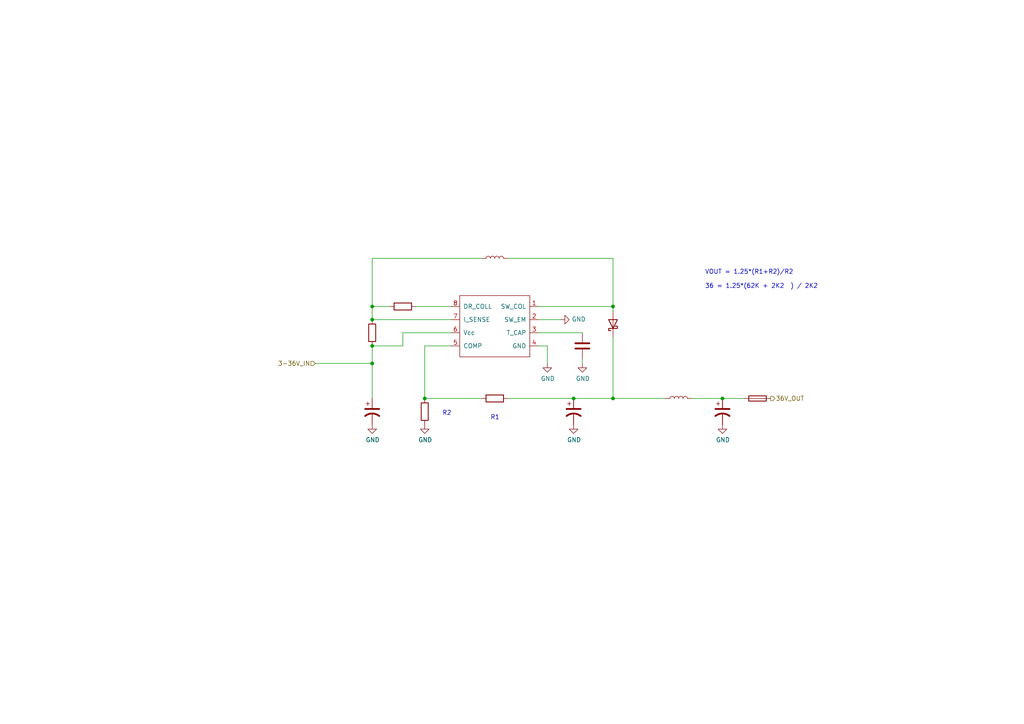
<source format=kicad_sch>
(kicad_sch (version 20250114) (generator "eeschema") (generator_version "9.0")
  (paper "A4")
  (lib_symbols
    (symbol "C-Sense_CAN_IO_MBUS_EXP_PCB-rescue:CP1-Device" (pin_numbers (hide yes)) (pin_names (offset 0.254) (hide yes))
      (property "Reference" "C" (at 0.635 2.54 0))
      (property "Value" "Device_CP1" (at 0.635 -2.54 0))
      (symbol "CP1-Device_0_1"
        (polyline (pts (xy -2.032 0.762) (xy 2.032 0.762)) (stroke (width 0.508)))
        (polyline (pts (xy -1.778 2.286) (xy -0.762 2.286)))
        (polyline (pts (xy -1.27 1.778) (xy -1.27 2.794)))
        (arc (start -2.032 -1.27) (mid 0 -0.5572) (end 2.032 -1.27) (stroke (width 0.508)))
      )
      (symbol "CP1-Device_1_1"
        (pin passive line (at 0 3.81 270) (length 2.794) (name "~") (number "1"))
        (pin passive line (at 0 -3.81 90) (length 3.302) (name "~") (number "2"))
      )
    )
    (symbol "C-Sense_CAN_IO_MBUS_EXP_PCB-rescue:GND-C-Sense_diverse" (power) (pin_names (offset 0))
      (property "Value" "C-Sense_diverse_GND" (at 0 -3.81 0))
      (symbol "GND-C-Sense_diverse_0_1"
        (polyline (pts (xy 0 0) (xy 0 -1.27) (xy 1.27 -1.27) (xy 0 -2.54) (xy -1.27 -1.27) (xy 0 -1.27)))
      )
      (symbol "GND-C-Sense_diverse_1_1"
        (pin power_in line (at 0 0 270) (length 0) (hide yes) (name "GND") (number "1"))
      )
    )
    (symbol "Device:C" (pin_numbers (hide yes)) (pin_names (offset 0.254))
      (property "Reference" "C" (at 0.635 2.54 0))
      (property "Value" "C" (at 0.635 -2.54 0))
      (symbol "C_0_1"
        (polyline (pts (xy -2.032 0.762) (xy 2.032 0.762)) (stroke (width 0.508)))
        (polyline (pts (xy -2.032 -0.762) (xy 2.032 -0.762)) (stroke (width 0.508)))
      )
      (symbol "C_1_1"
        (pin passive line (at 0 3.81 270) (length 2.794) (name "~") (number "1"))
        (pin passive line (at 0 -3.81 90) (length 2.794) (name "~") (number "2"))
      )
    )
    (symbol "Device:Fuse" (pin_numbers (hide yes)) (pin_names (offset 0))
      (property "Reference" "F" (at 2.032 0 90))
      (property "Value" "Fuse" (at -1.905 0 90))
      (symbol "Fuse_0_1"
        (rectangle (start -0.762 -2.54) (end 0.762 2.54) (stroke (width 0.254)))
        (polyline (pts (xy 0 2.54) (xy 0 -2.54)))
      )
      (symbol "Fuse_1_1"
        (pin passive line (at 0 3.81 270) (length 1.27) (name "~") (number "1"))
        (pin passive line (at 0 -3.81 90) (length 1.27) (name "~") (number "2"))
      )
    )
    (symbol "Device:L" (pin_numbers (hide yes)) (pin_names (offset 1.016) (hide yes))
      (property "Reference" "L" (at -1.27 0 90))
      (property "Value" "L" (at 1.905 0 90))
      (symbol "L_0_1"
        (arc (start 0 2.54) (mid 0.6323 1.905) (end 0 1.27))
        (arc (start 0 1.27) (mid 0.6323 0.635) (end 0 0))
        (arc (start 0 0) (mid 0.6323 -0.635) (end 0 -1.27))
        (arc (start 0 -1.27) (mid 0.6323 -1.905) (end 0 -2.54))
      )
      (symbol "L_1_1"
        (pin passive line (at 0 3.81 270) (length 1.27) (name "1") (number "1"))
        (pin passive line (at 0 -3.81 90) (length 1.27) (name "2") (number "2"))
      )
    )
    (symbol "Device:R" (pin_numbers (hide yes)) (pin_names (offset 0))
      (property "Reference" "R" (at 2.032 0 90))
      (property "Value" "R" (at 0 0 90))
      (symbol "R_0_1"
        (rectangle (start -1.016 -2.54) (end 1.016 2.54) (stroke (width 0.254)))
      )
      (symbol "R_1_1"
        (pin passive line (at 0 3.81 270) (length 1.27) (name "~") (number "1"))
        (pin passive line (at 0 -3.81 90) (length 1.27) (name "~") (number "2"))
      )
    )
    (symbol "Diode:1N5819" (pin_numbers (hide yes)) (pin_names (offset 1.016) (hide yes))
      (property "Reference" "D" (at 0 2.54 0))
      (property "Value" "1N5819" (at 0 -2.54 0))
      (symbol "1N5819_0_1"
        (polyline (pts (xy -1.905 0.635) (xy -1.905 1.27) (xy -1.27 1.27) (xy -1.27 -1.27) (xy -0.635 -1.27) (xy -0.635 -0.635)) (stroke (width 0.254)))
        (polyline (pts (xy 1.27 1.27) (xy 1.27 -1.27) (xy -1.27 0) (xy 1.27 1.27)) (stroke (width 0.254)))
        (polyline (pts (xy 1.27 0) (xy -1.27 0)))
      )
      (symbol "1N5819_1_1"
        (pin passive line (at -3.81 0 0) (length 2.54) (name "K") (number "1"))
        (pin passive line (at 3.81 0 180) (length 2.54) (name "A") (number "2"))
      )
    )
    (symbol "I-Connect_diverse:AZ34063U" (pin_names (offset 1.016))
      (property "Reference" "U" (at 0 0 0))
      (property "Value" "AZ34063U" (at -7.62 0 0))
      (symbol "AZ34063U_0_1"
        (rectangle (start -16.51 -1.905) (end 3.81 -19.685))
      )
      (symbol "AZ34063U_1_1"
        (pin input line (at -19.05 -5.08 0) (length 2.54) (name "SW_COL") (number "1"))
        (pin output line (at -19.05 -8.89 0) (length 2.54) (name "SW_EM") (number "2"))
        (pin input line (at -19.05 -12.7 0) (length 2.54) (name "T_CAP") (number "3"))
        (pin power_in line (at -19.05 -16.51 0) (length 2.54) (name "GND") (number "4"))
        (pin input line (at 6.35 -5.08 180) (length 2.54) (name "DR_COLL") (number "8"))
        (pin input line (at 6.35 -8.89 180) (length 2.54) (name "I_SENSE") (number "7"))
        (pin power_in line (at 6.35 -12.7 180) (length 2.54) (name "Vcc") (number "6"))
        (pin input line (at 6.35 -16.51 180) (length 2.54) (name "COMP") (number "5"))
      )
    )
  )
  (text "R2" (at 128.27 120.65 0) (effects (font (size 1.27 1.27)) (justify left bottom)))
  (text "R1" (at 142.24 121.92 0) (effects (font (size 1.27 1.27)) (justify left bottom)))
  (text "VOUT = 1.25*(R1+R2)/R2\n\n36 = 1.25*(62K + 2K2  ) / 2K2" (at 204.47 83.82 0) (effects (font (size 1.27 1.27)) (justify left bottom)))
  (junction (at 166.37 115.57))
  (junction (at 123.19 115.57))
  (junction (at 107.95 105.41))
  (junction (at 107.95 88.9))
  (junction (at 107.95 100.33))
  (junction (at 107.95 92.71))
  (junction (at 177.8 88.9))
  (junction (at 209.55 115.57))
  (junction (at 177.8 115.57))
  (wire (pts (xy 200.66 115.57) (xy 209.55 115.57)))
  (wire (pts (xy 156.21 96.52) (xy 168.91 96.52)))
  (wire (pts (xy 123.19 100.33) (xy 130.81 100.33)))
  (wire (pts (xy 139.7 115.57) (xy 123.19 115.57)))
  (wire (pts (xy 107.95 105.41) (xy 107.95 115.57)))
  (wire (pts (xy 177.8 88.9) (xy 177.8 90.17)))
  (wire (pts (xy 116.84 96.52) (xy 116.84 100.33)))
  (wire (pts (xy 156.21 100.33) (xy 158.75 100.33)))
  (wire (pts (xy 130.81 92.71) (xy 107.95 92.71)))
  (wire (pts (xy 209.55 115.57) (xy 215.9 115.57)))
  (wire (pts (xy 130.81 96.52) (xy 116.84 96.52)))
  (wire (pts (xy 158.75 100.33) (xy 158.75 105.41)))
  (wire (pts (xy 177.8 97.79) (xy 177.8 115.57)))
  (wire (pts (xy 177.8 74.93) (xy 177.8 88.9)))
  (wire (pts (xy 147.32 115.57) (xy 166.37 115.57)))
  (wire (pts (xy 168.91 104.14) (xy 168.91 105.41)))
  (wire (pts (xy 166.37 115.57) (xy 177.8 115.57)))
  (wire (pts (xy 156.21 92.71) (xy 162.56 92.71)))
  (wire (pts (xy 107.95 100.33) (xy 107.95 105.41)))
  (wire (pts (xy 91.44 105.41) (xy 107.95 105.41)))
  (wire (pts (xy 147.32 74.93) (xy 177.8 74.93)))
  (wire (pts (xy 107.95 88.9) (xy 107.95 74.93)))
  (wire (pts (xy 123.19 115.57) (xy 123.19 100.33)))
  (wire (pts (xy 116.84 100.33) (xy 107.95 100.33)))
  (wire (pts (xy 120.65 88.9) (xy 130.81 88.9)))
  (wire (pts (xy 107.95 88.9) (xy 107.95 92.71)))
  (wire (pts (xy 107.95 74.93) (xy 139.7 74.93)))
  (wire (pts (xy 193.04 115.57) (xy 177.8 115.57)))
  (wire (pts (xy 113.03 88.9) (xy 107.95 88.9)))
  (wire (pts (xy 156.21 88.9) (xy 177.8 88.9)))
  (hierarchical_label "3-36V_IN" (shape input) (at 91.44 105.41 180))
  (hierarchical_label "36V_OUT" (shape output) (at 223.52 115.57 0))
  (symbol (lib_id "I-Connect_diverse:AZ34063U") (at 137.16 83.82 0) (mirror y) (unit 1)
    (property "Reference" "U2" (effects (hide yes)))
    (property "Value" "AZ34063U" (effects (hide yes)))
    (property "Footprint" "Package_SO:SOIC-8_3.9x4.9mm_P1.27mm" (effects (hide yes)))
    (property "Digi-Key_PN" "AZ34063UMTR-G1DICT-ND" (effects (hide yes)))
    (property "MP" "AZ34063UMTR-G1" (effects (hide yes)))
    (property "MF" "Diodes Incorporated" (effects (hide yes)))
    (property "pcb" "exp_v1" (effects (hide yes)))
  )
  (symbol (lib_id "Device:R") (at 116.84 88.9 270) (unit 1)
    (property "Reference" "R2502" (effects (hide yes)))
    (property "Value" "180" (effects (hide yes)))
    (property "Footprint" "Resistor_SMD:R_1206_3216Metric" (effects (hide yes)))
    (property "Component comment" "Can be replaced with other manufacturer component with same specs" (effects (hide yes)))
    (property "MF" "Stackpole Electronics Inc" (effects (hide yes)))
    (property "MP" "RMCF1206JT180R" (effects (hide yes)))
    (property "Digi-Key_PN" "RMCF1206JT180RCT-ND" (effects (hide yes)))
    (property "pcb" "exp_v1" (effects (hide yes)))
    (instances (project "" (path "" (reference "R?") (unit 1)) (path "" (reference "R2502") (unit 1))))
  )
  (symbol (lib_id "Device:R") (at 107.95 96.52 180) (unit 1)
    (property "Reference" "R2501" (effects (hide yes)))
    (property "Value" "0.22" (effects (hide yes)))
    (property "Footprint" "Resistor_SMD:R_1206_3216Metric" (effects (hide yes)))
    (property "Component comment" "Can be replaced with other manufacturer component with same specs" (effects (hide yes)))
    (property "MF" "Vishay Dale" (effects (hide yes)))
    (property "MP" "RCWE1206R220FKEA" (effects (hide yes)))
    (property "Digi-Key_PN" "RCWE.22ECT-ND" (effects (hide yes)))
    (property "pcb" "exp_v1" (effects (hide yes)))
    (instances (project "" (path "" (reference "R?") (unit 1)) (path "" (reference "R2501") (unit 1))))
  )
  (symbol (lib_id "Device:R") (at 123.19 119.38 180) (unit 1)
    (property "Reference" "R2503" (effects (hide yes)))
    (property "Value" "2K2" (effects (hide yes)))
    (property "Footprint" "Resistor_SMD:R_1206_3216Metric" (effects (hide yes)))
    (property "Component comment" "Can be replaced with other manufacturer component with same specs" (effects (hide yes)))
    (property "MF" "Stackpole Electronics Inc" (effects (hide yes)))
    (property "MP" "RMCF1206JT2K20" (effects (hide yes)))
    (property "Digi-Key_PN" "RMCF1206JT2K20CT-ND" (effects (hide yes)))
    (property "pcb" "exp_v1" (effects (hide yes)))
    (instances (project "" (path "" (reference "R?") (unit 1)) (path "" (reference "R2503") (unit 1))))
  )
  (symbol (lib_id "Device:R") (at 143.51 115.57 90) (unit 1)
    (property "Reference" "R2504" (effects (hide yes)))
    (property "Value" "62K" (effects (hide yes)))
    (property "Footprint" "Resistor_SMD:R_1206_3216Metric" (effects (hide yes)))
    (property "Component comment" "Can be replaced with other manufacturer component with same specs" (effects (hide yes)))
    (property "MF" "Stackpole Electronics Inc" (effects (hide yes)))
    (property "MP" "RMCF1206FT62K0" (effects (hide yes)))
    (property "Digi-Key_PN" "RMCF1206FT62K0CT-ND" (effects (hide yes)))
    (property "pcb" "exp_v1" (effects (hide yes)))
    (instances (project "" (path "" (reference "R?") (unit 1)) (path "" (reference "R2504") (unit 1))))
  )
  (symbol (lib_id "Diode:1N5819") (at 177.8 93.98 90) (unit 1)
    (property "Reference" "D7" (effects (hide yes)))
    (property "Value" "1N5819" (effects (hide yes)))
    (property "Footprint" "Diode_THT:D_DO-41_SOD81_P10.16mm_Horizontal" (effects (hide yes)))
    (property "Datasheet" "http://www.vishay.com/docs/88525/1n5817.pdf" (effects (hide yes)))
    (property "Digi-Key_PN" "4878-1N5819CT-ND" (effects (hide yes)))
    (property "MF" "Diotec Semiconductor" (effects (hide yes)))
    (property "MP" "1N5819" (effects (hide yes)))
    (property "Mount type" "Through-hole" (effects (hide yes)))
    (property "pcb" "exp_v1" (effects (hide yes)))
  )
  (symbol (lib_id "Device:L") (at 143.51 74.93 90) (unit 1)
    (property "Reference" "L2501" (effects (hide yes)))
    (property "Value" "150uH 2A" (effects (hide yes)))
    (property "Footprint" "Inductor_SMD:L_12x12mm_H8mm" (effects (hide yes)))
    (property "MF" "Bourns Inc." (effects (hide yes)))
    (property "MP" "SRR1210-151M" (effects (hide yes)))
    (property "Digi-Key_PN" "SRR1210-151MCT-ND" (effects (hide yes)))
    (property "pcb" "exp_v1" (effects (hide yes)))
  )
  (symbol (lib_id "C-Sense_CAN_IO_MBUS_EXP_PCB-rescue:CP1-Device") (at 107.95 119.38 0) (unit 1)
    (property "Reference" "C2501" (effects (hide yes)))
    (property "Value" "100 uF 40V" (effects (hide yes)))
    (property "Footprint" "Capacitor_SMD:C_Elec_10x10.2" (effects (hide yes)))
    (property "MF" "KEMET" (effects (hide yes)))
    (property "MP" "A768MS107M1HLAE024" (effects (hide yes)))
    (property "Digi-Key_PN" "399-A768MS107M1HLAE024CT-ND" (effects (hide yes)))
    (property "pcb" "exp_v1" (effects (hide yes)))
    (instances (project "" (path "" (reference "C?") (unit 1)) (path "" (reference "C2501") (unit 1))))
  )
  (symbol (lib_id "C-Sense_CAN_IO_MBUS_EXP_PCB-rescue:GND-C-Sense_diverse") (at 107.95 123.19 0) (unit 1)
    (property "Reference" "#PWR018" (effects (hide yes)))
    (property "Value" "GND" (at 108.077 127.5842 0))
  )
  (symbol (lib_id "C-Sense_CAN_IO_MBUS_EXP_PCB-rescue:GND-C-Sense_diverse") (at 123.19 123.19 0) (unit 1)
    (property "Reference" "#PWR019" (effects (hide yes)))
    (property "Value" "GND" (at 123.317 127.5842 0))
  )
  (symbol (lib_id "C-Sense_CAN_IO_MBUS_EXP_PCB-rescue:GND-C-Sense_diverse") (at 158.75 105.41 0) (unit 1)
    (property "Reference" "#PWR020" (effects (hide yes)))
    (property "Value" "GND" (at 158.877 109.8042 0))
  )
  (symbol (lib_id "Device:C") (at 168.91 100.33 0) (unit 1)
    (property "Reference" "C2505" (effects (hide yes)))
    (property "Value" "470pF" (effects (hide yes)))
    (property "Footprint" "Capacitor_SMD:C_0603_1608Metric" (effects (hide yes)))
    (property "MF" "KEMET" (effects (hide yes)))
    (property "MP" "C0603C471J5GAC7867" (effects (hide yes)))
    (property "Digi-Key_PN" "399-C0603C471J5GAC7867CT-ND" (effects (hide yes)))
    (property "pcb" "exp_v1" (effects (hide yes)))
    (instances (project "" (path "" (reference "C?") (unit 1)) (path "" (reference "C2505") (unit 1))))
  )
  (symbol (lib_id "C-Sense_CAN_IO_MBUS_EXP_PCB-rescue:GND-C-Sense_diverse") (at 168.91 105.41 0) (unit 1)
    (property "Reference" "#PWR023" (effects (hide yes)))
    (property "Value" "GND" (at 169.037 109.8042 0))
  )
  (symbol (lib_id "C-Sense_CAN_IO_MBUS_EXP_PCB-rescue:GND-C-Sense_diverse") (at 162.56 92.71 90) (unit 1)
    (property "Reference" "#PWR021" (effects (hide yes)))
    (property "Value" "GND" (at 165.8112 92.583 90) (effects (justify right)))
  )
  (symbol (lib_id "Device:L") (at 196.85 115.57 90) (unit 1)
    (property "Reference" "L2502" (effects (hide yes)))
    (property "Value" "1uH 1A" (effects (hide yes)))
    (property "Footprint" "Inductor_SMD:L_0805_2012Metric" (effects (hide yes)))
    (property "MF" "Murata Electronics" (effects (hide yes)))
    (property "MP" "LQM21PN1R0NGRD" (effects (hide yes)))
    (property "Digi-Key_PN" "490-7780-1-ND" (effects (hide yes)))
    (property "pcb" "exp_v1" (effects (hide yes)))
  )
  (symbol (lib_id "C-Sense_CAN_IO_MBUS_EXP_PCB-rescue:GND-C-Sense_diverse") (at 209.55 123.19 0) (unit 1)
    (property "Reference" "#PWR024" (effects (hide yes)))
    (property "Value" "GND" (at 209.677 127.5842 0))
  )
  (symbol (lib_id "C-Sense_CAN_IO_MBUS_EXP_PCB-rescue:CP1-Device") (at 209.55 119.38 0) (unit 1)
    (property "Reference" "C2506" (effects (hide yes)))
    (property "Value" "100 uF 40V" (effects (hide yes)))
    (property "Footprint" "Capacitor_SMD:C_Elec_10x10.2" (effects (hide yes)))
    (property "MF" "KEMET" (effects (hide yes)))
    (property "MP" "A768MS107M1HLAE024" (effects (hide yes)))
    (property "Digi-Key_PN" "399-A768MS107M1HLAE024CT-ND" (effects (hide yes)))
    (property "pcb" "exp_v1" (effects (hide yes)))
    (instances (project "" (path "" (reference "C?") (unit 1)) (path "" (reference "C2506") (unit 1))))
  )
  (symbol (lib_id "C-Sense_CAN_IO_MBUS_EXP_PCB-rescue:CP1-Device") (at 166.37 119.38 0) (unit 1)
    (property "Reference" "C2504" (effects (hide yes)))
    (property "Value" "330 uF 40V" (effects (hide yes)))
    (property "Footprint" "Capacitor_SMD:C_Elec_10x10.2" (effects (hide yes)))
    (property "MF" "Panasonic Electronic Components" (effects (hide yes)))
    (property "MP" "EEE-FT1H331AP" (effects (hide yes)))
    (property "Digi-Key_PN" "PCE5026CT-ND" (effects (hide yes)))
    (property "pcb" "exp_v1" (effects (hide yes)))
    (instances (project "" (path "" (reference "C?") (unit 1)) (path "" (reference "C2504") (unit 1))))
  )
  (symbol (lib_id "C-Sense_CAN_IO_MBUS_EXP_PCB-rescue:GND-C-Sense_diverse") (at 166.37 123.19 0) (unit 1)
    (property "Reference" "#PWR022" (effects (hide yes)))
    (property "Value" "GND" (at 166.497 127.5842 0))
  )
  (symbol (lib_id "Device:Fuse") (at 219.71 115.57 270) (unit 1)
    (property "Reference" "F2501" (effects (hide yes)))
    (property "Value" "Fuse 1A" (effects (hide yes)))
    (property "Footprint" "Resistor_SMD:R_1206_3216Metric_Pad1.30x1.75mm_HandSolder" (effects (hide yes)))
    (property "Digi-Key_PN" "507-1891-1-ND" (effects (hide yes)))
    (property "MF" "Bel Fuse Inc." (effects (hide yes)))
    (property "MP" "0685T1000-01" (effects (hide yes)))
    (property "pcb" "exp_v1" (effects (hide yes)))
  )
)
</source>
